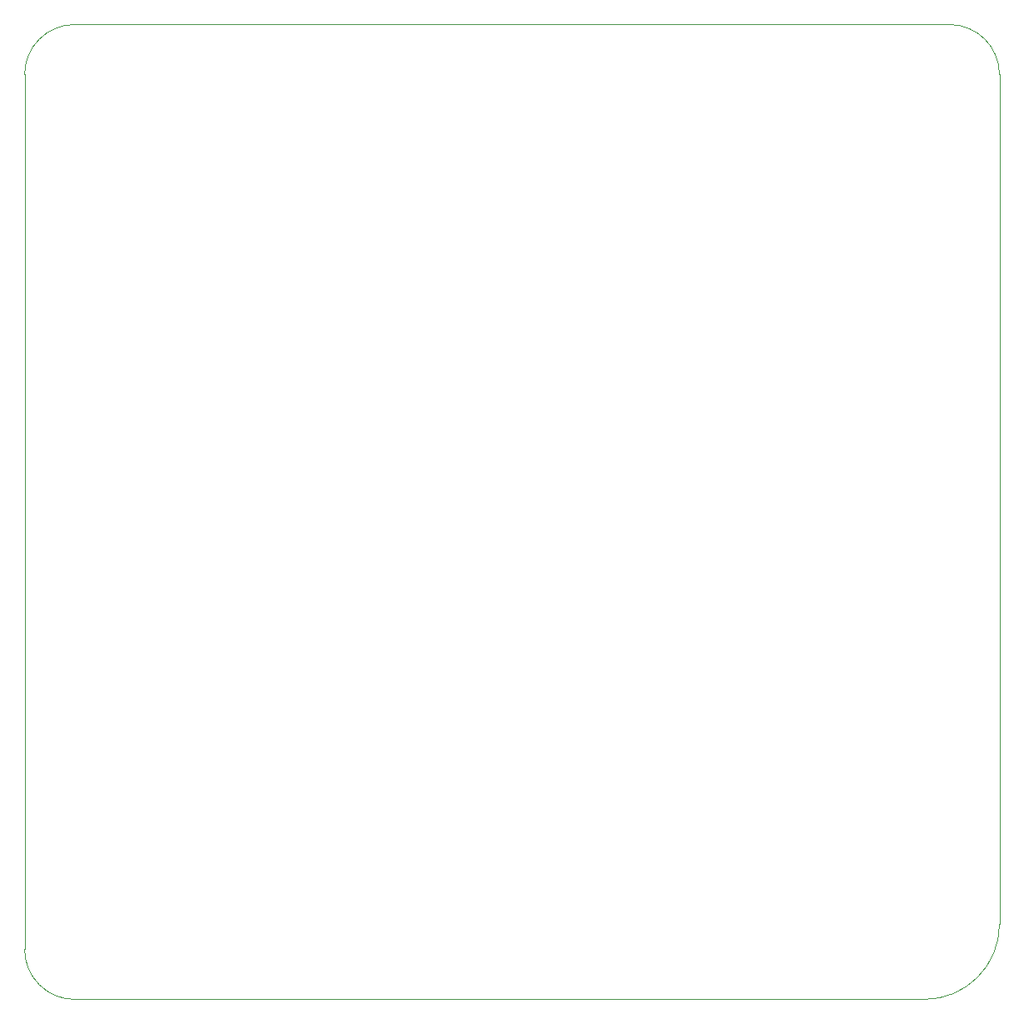
<source format=gbr>
G04 #@! TF.GenerationSoftware,KiCad,Pcbnew,5.1.6-c6e7f7d~86~ubuntu18.04.1*
G04 #@! TF.CreationDate,2020-06-20T09:53:32-04:00*
G04 #@! TF.ProjectId,filter_carrier_board,66696c74-6572-45f6-9361-72726965725f,rev?*
G04 #@! TF.SameCoordinates,Original*
G04 #@! TF.FileFunction,Profile,NP*
%FSLAX46Y46*%
G04 Gerber Fmt 4.6, Leading zero omitted, Abs format (unit mm)*
G04 Created by KiCad (PCBNEW 5.1.6-c6e7f7d~86~ubuntu18.04.1) date 2020-06-20 09:53:32*
%MOMM*%
%LPD*%
G01*
G04 APERTURE LIST*
G04 #@! TA.AperFunction,Profile*
%ADD10C,0.050000*%
G04 #@! TD*
G04 APERTURE END LIST*
D10*
X200660000Y-142240000D02*
G75*
G02*
X193040000Y-149860000I-7620000J0D01*
G01*
X106680000Y-149860000D02*
G75*
G02*
X101600000Y-144780000I0J5080000D01*
G01*
X101600000Y-55880000D02*
G75*
G02*
X106680000Y-50800000I5080000J0D01*
G01*
X195580000Y-50800000D02*
G75*
G02*
X200660000Y-55880000I0J-5080000D01*
G01*
X195580000Y-50800000D02*
X106680000Y-50800000D01*
X200660000Y-142240000D02*
X200660000Y-55880000D01*
X106680000Y-149860000D02*
X193040000Y-149860000D01*
X101600000Y-55880000D02*
X101600000Y-144780000D01*
M02*

</source>
